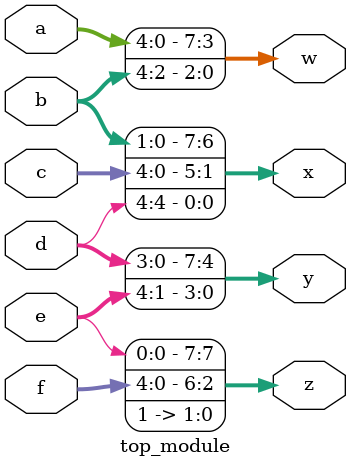
<source format=v>
module top_module (
    input [4:0] a, b, c, d, e, f,
    output [7:0] w, x, y, z );
    assign {w,x,y,z}={a,b,c,d,e,f,2'b11};
  

  

endmodule

</source>
